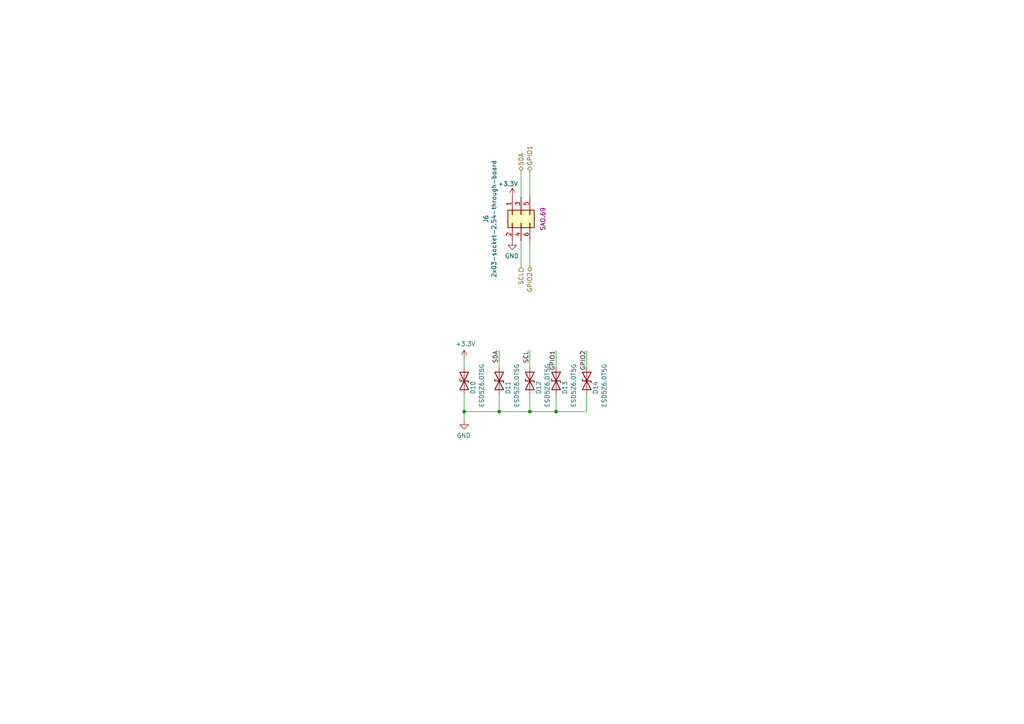
<source format=kicad_sch>
(kicad_sch (version 20230409) (generator eeschema)
  (paper "A4")
  (title_block (title "Troopers 23 Badge") (rev "r2") (company "Monad Gottfried Ltd. 2023") (comment 1 "for ERNW Enno Rey Netzwerke GmbH"))
  (lib_symbols
    (symbol "Connector_Generic:Conn_02x03_Odd_Even" (pin_names (offset 1.016) hide)
      (property "Reference" "J" (at 1.27 5.08 0))
      (property "Value" "Conn_02x03_Odd_Even" (at 1.27 -5.08 0))
      (symbol "Conn_02x03_Odd_Even_1_1"
        (rectangle (start -1.27 -2.413) (end 0 -2.667) (stroke (width 0.1524)))
        (rectangle (start -1.27 0.127) (end 0 -0.127) (stroke (width 0.1524)))
        (rectangle (start -1.27 2.667) (end 0 2.413) (stroke (width 0.1524)))
        (rectangle (start -1.27 3.81) (end 3.81 -3.81) (stroke (width 0.254)) (fill (type background)))
        (rectangle (start 3.81 -2.413) (end 2.54 -2.667) (stroke (width 0.1524)))
        (rectangle (start 3.81 0.127) (end 2.54 -0.127) (stroke (width 0.1524)))
        (rectangle (start 3.81 2.667) (end 2.54 2.413) (stroke (width 0.1524)))
        (pin passive line (at -5.08 2.54 0) (length 3.81) (name "Pin_1") (number "1"))
        (pin passive line (at 7.62 2.54 180) (length 3.81) (name "Pin_2") (number "2"))
        (pin passive line (at -5.08 0 0) (length 3.81) (name "Pin_3") (number "3"))
        (pin passive line (at 7.62 0 180) (length 3.81) (name "Pin_4") (number "4"))
        (pin passive line (at -5.08 -2.54 0) (length 3.81) (name "Pin_5") (number "5"))
        (pin passive line (at 7.62 -2.54 180) (length 3.81) (name "Pin_6") (number "6"))
      )
    )
    (symbol "Device:D_TVS" (pin_numbers hide) (pin_names (offset 1.016) hide)
      (property "Reference" "D" (at 0 2.54 0))
      (property "Value" "D_TVS" (at 0 -2.54 0))
      (symbol "D_TVS_0_1"
        (polyline (pts (xy 1.27 0) (xy -1.27 0)))
        (polyline (pts (xy 0.508 1.27) (xy 0 1.27) (xy 0 -1.27) (xy -0.508 -1.27)) (stroke (width 0.254)))
        (polyline (pts (xy -2.54 1.27) (xy -2.54 -1.27) (xy 2.54 1.27) (xy 2.54 -1.27) (xy -2.54 1.27)) (stroke (width 0.254)))
      )
      (symbol "D_TVS_1_1"
        (pin passive line (at -3.81 0 0) (length 2.54) (name "A1") (number "1"))
        (pin passive line (at 3.81 0 180) (length 2.54) (name "A2") (number "2"))
      )
    )
    (symbol "power:+3.3V" (power) (pin_names (offset 0))
      (property "Value" "+3.3V" (at 0 3.556 0))
      (symbol "+3.3V_0_1"
        (polyline (pts (xy -0.762 1.27) (xy 0 2.54)))
        (polyline (pts (xy 0 0) (xy 0 2.54)))
        (polyline (pts (xy 0 2.54) (xy 0.762 1.27)))
      )
      (symbol "+3.3V_1_1"
        (pin power_in line (at 0 0 90) (length 0) hide (name "+3.3V") (number "1"))
      )
    )
    (symbol "power:GND" (power) (pin_names (offset 0))
      (property "Value" "GND" (at 0 -3.81 0))
      (symbol "GND_0_1"
        (polyline (pts (xy 0 0) (xy 0 -1.27) (xy 1.27 -1.27) (xy 0 -2.54) (xy -1.27 -1.27) (xy 0 -1.27)))
      )
      (symbol "GND_1_1"
        (pin power_in line (at 0 0 270) (length 0) hide (name "GND") (number "1"))
      )
    )
  )
  (junction (at 153.67 119.38))
  (junction (at 144.78 119.38))
  (junction (at 161.29 119.38))
  (junction (at 134.62 119.38))
  (wire (pts (xy 134.62 119.38) (xy 134.62 114.3)))
  (wire (pts (xy 144.78 119.38) (xy 153.67 119.38)))
  (wire (pts (xy 170.18 106.68) (xy 170.18 101.6)))
  (wire (pts (xy 151.13 57.15) (xy 151.13 49.53)))
  (wire (pts (xy 161.29 119.38) (xy 170.18 119.38)))
  (wire (pts (xy 144.78 114.3) (xy 144.78 119.38)))
  (wire (pts (xy 153.67 69.85) (xy 153.67 77.47)))
  (wire (pts (xy 161.29 119.38) (xy 161.29 114.3)))
  (wire (pts (xy 153.67 119.38) (xy 161.29 119.38)))
  (wire (pts (xy 161.29 106.68) (xy 161.29 101.6)))
  (wire (pts (xy 151.13 69.85) (xy 151.13 77.47)))
  (wire (pts (xy 170.18 119.38) (xy 170.18 114.3)))
  (wire (pts (xy 134.62 104.14) (xy 134.62 106.68)))
  (wire (pts (xy 134.62 119.38) (xy 144.78 119.38)))
  (wire (pts (xy 153.67 119.38) (xy 153.67 114.3)))
  (wire (pts (xy 144.78 106.68) (xy 144.78 101.6)))
  (wire (pts (xy 153.67 106.68) (xy 153.67 101.6)))
  (wire (pts (xy 153.67 57.15) (xy 153.67 49.53)))
  (wire (pts (xy 134.62 121.92) (xy 134.62 119.38)))
  (label "GPIO1" (at 161.29 101.6 270))
  (label "GPIO2" (at 170.18 101.6 270))
  (label "SDA" (at 144.78 105.41 90))
  (label "SCL" (at 153.67 105.41 90))
  (hierarchical_label "GPIO1" (shape bidirectional) (at 153.67 49.53 90))
  (hierarchical_label "SCL" (shape input) (at 151.13 77.47 270))
  (hierarchical_label "SDA" (shape bidirectional) (at 151.13 49.53 90))
  (hierarchical_label "GPIO2" (shape bidirectional) (at 153.67 77.47 270))
  (symbol (lib_id "Connector_Generic:Conn_02x03_Odd_Even") (at 151.13 62.23 90) (mirror x) (unit 1)
    (property "Reference" "J6" (at 140.97 63.5 0))
    (property "Value" "2x03-socket-2.54-through-board" (at 143.2814 63.5 0))
    (property "Footprint" "jeffmakes-footprints:PinSocket_2x03_P2.54mm_Through-Board-Mating" (effects hide))
    (property "purpose" "SAO.69" (at 157.48 63.5 0))
    (instances (project "tr23-badge-r2" (path "" (reference "J6") (unit 1)) (path "" (reference "J?") (unit 1))))
  )
  (symbol (lib_id "power:GND") (at 148.59 69.85 0) (mirror y) (unit 1)
    (property "Reference" "#PWR070" (effects hide))
    (property "Value" "GND" (at 148.463 74.2442 0))
    (instances (project "tr23-badge-r2" (path "" (reference "#PWR070") (unit 1)) (path "" (reference "#PWR?") (unit 1))))
  )
  (symbol (lib_id "power:+3.3V") (at 148.59 57.15 0) (unit 1)
    (property "Reference" "#PWR069" (effects hide))
    (property "Value" "+3.3V" (at 147.32 53.34 0))
    (instances (project "tr23-badge-r2" (path "" (reference "#PWR069") (unit 1)) (path "" (reference "#PWR?") (unit 1))))
  )
  (symbol (lib_id "Device:D_TVS") (at 134.62 110.49 270) (unit 1)
    (property "Reference" "D10" (at 137.16 110.49 0) (effects (justify left)))
    (property "Value" " ESD5Z6.0T5G" (at 139.7 105.41 0) (effects (justify left)))
    (property "Footprint" "jeffmakes-footprints:SOD-523-numbered-pads" (effects hide))
    (property "MPN" "ESD5Z5.0VC" (effects hide))
    (property "LCSC" "C261278" (effects hide))
    (instances (project "tr23-badge-r2" (path "" (reference "D10") (unit 1)) (path "" (reference "D?") (unit 1))))
  )
  (symbol (lib_id "Device:D_TVS") (at 144.78 110.49 270) (unit 1)
    (property "Reference" "D11" (at 147.32 110.49 0) (effects (justify left)))
    (property "Value" " ESD5Z6.0T5G" (at 149.86 105.41 0) (effects (justify left)))
    (property "Footprint" "jeffmakes-footprints:SOD-523-numbered-pads" (effects hide))
    (property "MPN" "ESD5Z5.0VC" (effects hide))
    (property "LCSC" "C261278" (effects hide))
    (instances (project "tr23-badge-r2" (path "" (reference "D11") (unit 1)) (path "" (reference "D?") (unit 1))))
  )
  (symbol (lib_id "Device:D_TVS") (at 153.67 110.49 270) (unit 1)
    (property "Reference" "D12" (at 156.21 110.49 0) (effects (justify left)))
    (property "Value" " ESD5Z6.0T5G" (at 158.75 105.41 0) (effects (justify left)))
    (property "Footprint" "jeffmakes-footprints:SOD-523-numbered-pads" (effects hide))
    (property "MPN" "ESD5Z5.0VC" (effects hide))
    (property "LCSC" "C261278" (effects hide))
    (instances (project "tr23-badge-r2" (path "" (reference "D12") (unit 1)) (path "" (reference "D?") (unit 1))))
  )
  (symbol (lib_id "power:+3.3V") (at 134.62 104.14 0) (unit 1)
    (property "Reference" "#PWR067" (effects hide))
    (property "Value" "+3.3V" (at 135.001 99.7458 0))
    (instances (project "tr23-badge-r2" (path "" (reference "#PWR067") (unit 1)) (path "" (reference "#PWR?") (unit 1))))
  )
  (symbol (lib_id "power:GND") (at 134.62 121.92 0) (mirror y) (unit 1)
    (property "Reference" "#PWR068" (effects hide))
    (property "Value" "GND" (at 134.493 126.3142 0))
    (instances (project "tr23-badge-r2" (path "" (reference "#PWR068") (unit 1)) (path "" (reference "#PWR?") (unit 1))))
  )
  (symbol (lib_id "Device:D_TVS") (at 161.29 110.49 270) (unit 1)
    (property "Reference" "D13" (at 163.83 110.49 0) (effects (justify left)))
    (property "Value" " ESD5Z6.0T5G" (at 166.37 105.41 0) (effects (justify left)))
    (property "Footprint" "jeffmakes-footprints:SOD-523-numbered-pads" (effects hide))
    (property "MPN" "ESD5Z5.0VC" (effects hide))
    (property "LCSC" "C261278" (effects hide))
    (instances (project "tr23-badge-r2" (path "" (reference "D13") (unit 1)) (path "" (reference "D?") (unit 1))))
  )
  (symbol (lib_id "Device:D_TVS") (at 170.18 110.49 270) (unit 1)
    (property "Reference" "D14" (at 172.72 110.49 0) (effects (justify left)))
    (property "Value" " ESD5Z6.0T5G" (at 175.26 105.41 0) (effects (justify left)))
    (property "Footprint" "jeffmakes-footprints:SOD-523-numbered-pads" (effects hide))
    (property "MPN" "ESD5Z5.0VC" (effects hide))
    (property "LCSC" "C261278" (effects hide))
    (instances (project "tr23-badge-r2" (path "" (reference "D14") (unit 1)) (path "" (reference "D?") (unit 1))))
  )
)
</source>
